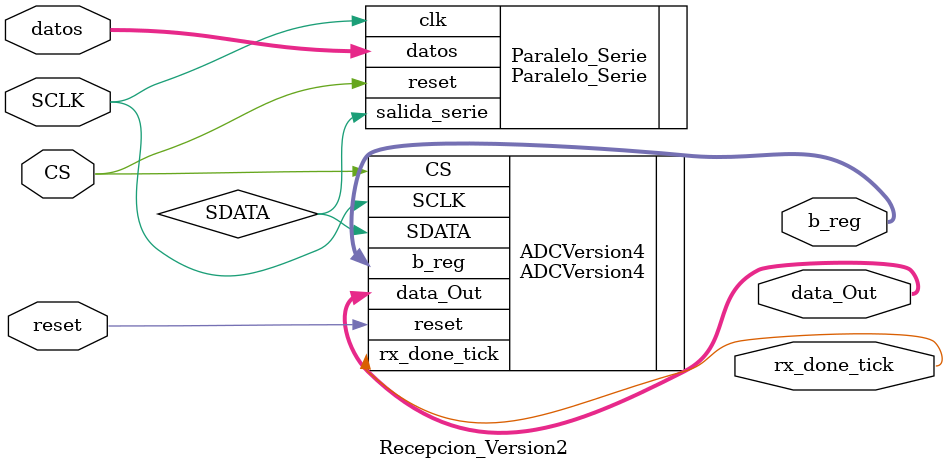
<source format=v>
`timescale 1ns / 1ps
module Recepcion_Version2(
input wire SCLK,CS,reset,
input wire [15:0]datos,
output wire rx_done_tick,
output wire [15:0] b_reg,
output wire [11:0]data_Out

    );
	 
	 wire SDATA;
	 
	 Paralelo_Serie Paralelo_Serie (
    .clk(SCLK), 
    .reset(CS), 
    .datos(datos), 
    .salida_serie(SDATA)
    );
	 
	 
	 
ADCVersion4 ADCVersion4 (
    .SDATA(SDATA), 
    .reset(reset), 
    .CS(CS), 
    .SCLK(SCLK), 
    .rx_done_tick(rx_done_tick), 
    .b_reg(b_reg), 
    .data_Out(data_Out)
    );



endmodule

</source>
